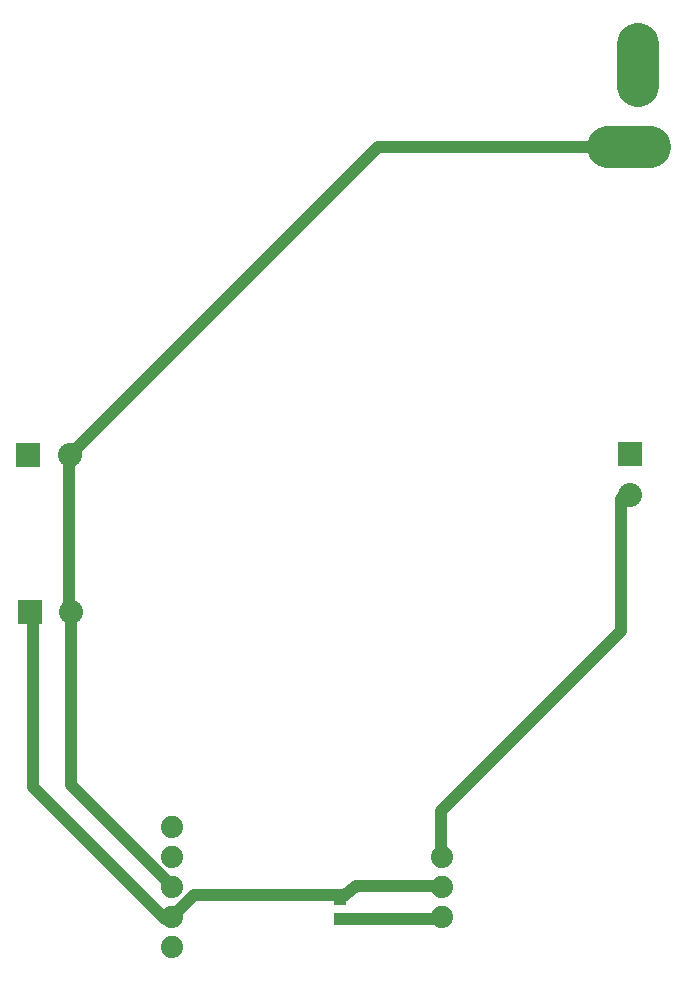
<source format=gbr>
G04 EAGLE Gerber RS-274X export*
G75*
%MOMM*%
%FSLAX34Y34*%
%LPD*%
%INTop Copper*%
%IPPOS*%
%AMOC8*
5,1,8,0,0,1.08239X$1,22.5*%
G01*
%ADD10C,1.879600*%
%ADD11R,1.100000X1.000000*%
%ADD12R,2.032000X2.032000*%
%ADD13C,2.032000*%
%ADD14C,3.556000*%
%ADD15C,1.016000*%


D10*
X301000Y494500D03*
X301000Y469100D03*
X301000Y443700D03*
X301000Y418300D03*
X301000Y392900D03*
X529600Y418300D03*
X529600Y443700D03*
X529600Y469100D03*
D11*
X442500Y433500D03*
X442500Y416500D03*
D12*
X688000Y810000D03*
D13*
X688000Y775000D03*
D14*
X705552Y1070000D02*
X669992Y1070000D01*
X695138Y1121435D02*
X695138Y1156995D01*
D12*
X180000Y676230D03*
D13*
X215000Y676230D03*
D12*
X179000Y809000D03*
D13*
X214000Y809000D03*
D15*
X529562Y443738D02*
X529600Y443700D01*
X529562Y443738D02*
X456252Y443738D01*
X447040Y436880D02*
X318876Y436880D01*
X318296Y435596D01*
X301000Y418300D01*
X447040Y436880D02*
X456252Y443738D01*
X447040Y436880D02*
X442500Y433500D01*
X182880Y528320D02*
X182880Y670560D01*
X182880Y528320D02*
X294640Y416560D01*
X182880Y670560D02*
X180000Y676230D01*
X294640Y416560D02*
X301000Y418300D01*
X442500Y416500D02*
X527800Y416500D01*
X529600Y418300D01*
X213360Y680720D02*
X213360Y802640D01*
X213360Y680720D02*
X215000Y676230D01*
X213360Y802640D02*
X214000Y809000D01*
X475000Y1070000D02*
X687772Y1070000D01*
X475000Y1070000D02*
X214000Y809000D01*
X215000Y676230D02*
X215000Y529700D01*
X298556Y446144D01*
X298556Y444592D01*
X528320Y477520D02*
X528320Y508000D01*
X680720Y660400D01*
X680720Y772160D01*
X528320Y477520D02*
X529600Y469100D01*
X680720Y772160D02*
X688000Y775000D01*
M02*

</source>
